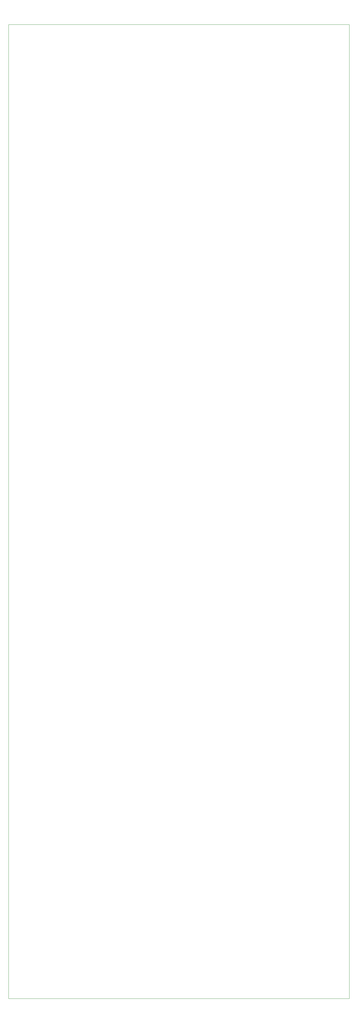
<source format=gbr>
G04 #@! TF.GenerationSoftware,KiCad,Pcbnew,(5.1.2-1)-1*
G04 #@! TF.CreationDate,2020-05-11T16:20:43-05:00*
G04 #@! TF.ProjectId,KnaveOfWorry,4b6e6176-654f-4665-976f-7272792e6b69,rev?*
G04 #@! TF.SameCoordinates,Original*
G04 #@! TF.FileFunction,Profile,NP*
%FSLAX46Y46*%
G04 Gerber Fmt 4.6, Leading zero omitted, Abs format (unit mm)*
G04 Created by KiCad (PCBNEW (5.1.2-1)-1) date 2020-05-11 16:20:43*
%MOMM*%
%LPD*%
G04 APERTURE LIST*
%ADD10C,0.050000*%
G04 APERTURE END LIST*
D10*
X105000000Y0D02*
X0Y0D01*
X105000000Y-300000000D02*
X105000000Y0D01*
X0Y-300000000D02*
X105000000Y-300000000D01*
X0Y0D02*
X0Y-300000000D01*
M02*

</source>
